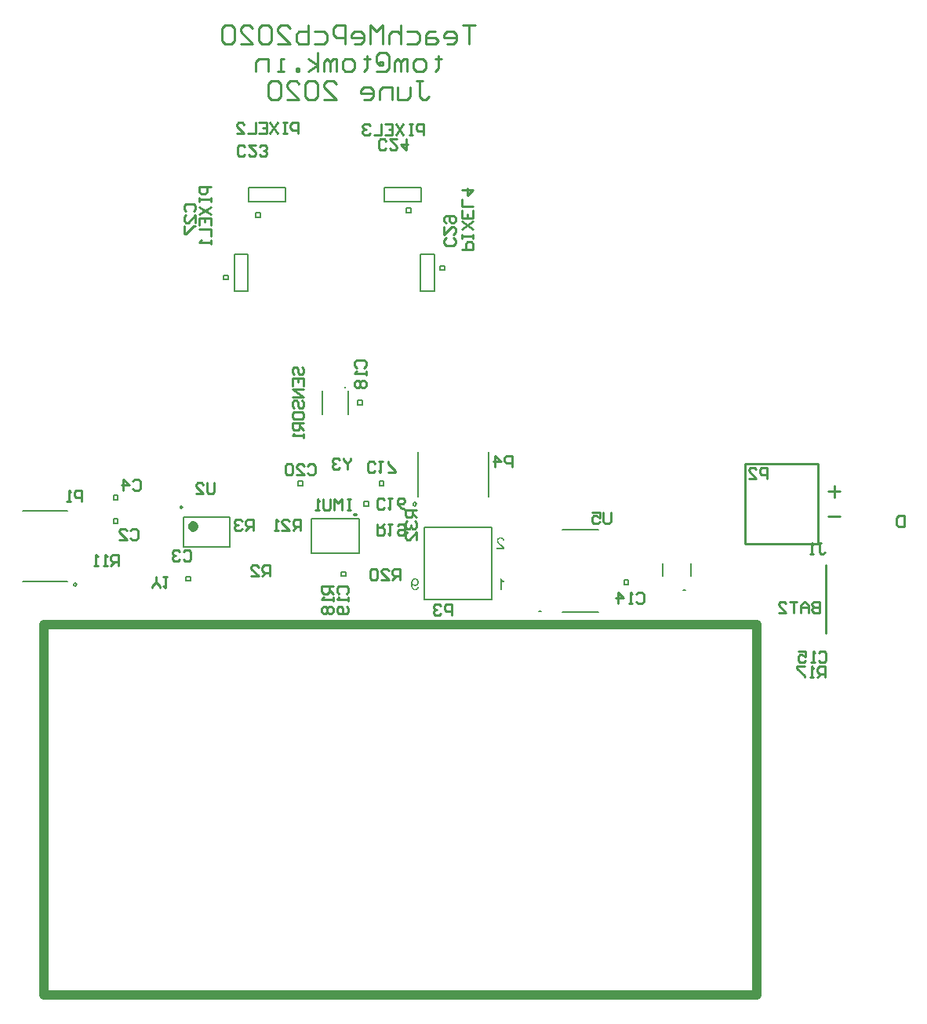
<source format=gbo>
G04*
G04 #@! TF.GenerationSoftware,Altium Limited,Altium Designer,20.1.11 (218)*
G04*
G04 Layer_Color=32896*
%FSLAX44Y44*%
%MOMM*%
G71*
G04*
G04 #@! TF.SameCoordinates,0FF46C02-4E5C-4EA8-B578-918FE2A0E2C6*
G04*
G04*
G04 #@! TF.FilePolarity,Positive*
G04*
G01*
G75*
%ADD10C,0.2500*%
%ADD12C,0.2000*%
%ADD13C,0.1270*%
%ADD14C,0.2540*%
%ADD39C,1.0000*%
%ADD77C,0.6000*%
%ADD78C,0.3048*%
%ADD79C,0.2000*%
%ADD80C,0.1999*%
G36*
X814580Y504640D02*
X814890Y504621D01*
X815181Y504567D01*
X815454Y504512D01*
X815710Y504439D01*
X815946Y504366D01*
X816165Y504275D01*
X816365Y504184D01*
X816547Y504093D01*
X816693Y504002D01*
X816820Y503929D01*
X816930Y503856D01*
X817021Y503802D01*
X817075Y503747D01*
X817112Y503729D01*
X817130Y503711D01*
X817312Y503529D01*
X817476Y503328D01*
X817640Y503110D01*
X817767Y502891D01*
X817986Y502454D01*
X818132Y502017D01*
X818186Y501817D01*
X818241Y501616D01*
X818277Y501452D01*
X818314Y501307D01*
X818332Y501179D01*
Y501088D01*
X818350Y501034D01*
Y501015D01*
X816766Y500852D01*
X816729Y501270D01*
X816656Y501635D01*
X816547Y501962D01*
X816420Y502217D01*
X816311Y502436D01*
X816201Y502582D01*
X816128Y502673D01*
X816092Y502709D01*
X815819Y502928D01*
X815527Y503092D01*
X815218Y503219D01*
X814945Y503292D01*
X814690Y503346D01*
X814471Y503365D01*
X814398Y503383D01*
X814289D01*
X813906Y503365D01*
X813560Y503292D01*
X813269Y503183D01*
X813014Y503073D01*
X812814Y502946D01*
X812686Y502855D01*
X812595Y502782D01*
X812559Y502746D01*
X812340Y502491D01*
X812176Y502236D01*
X812049Y501981D01*
X811976Y501726D01*
X811921Y501525D01*
X811903Y501343D01*
X811885Y501234D01*
Y501216D01*
Y501198D01*
X811921Y500870D01*
X811994Y500524D01*
X812122Y500214D01*
X812249Y499923D01*
X812395Y499686D01*
X812522Y499486D01*
X812559Y499413D01*
X812595Y499358D01*
X812632Y499340D01*
Y499322D01*
X812777Y499121D01*
X812960Y498921D01*
X813160Y498703D01*
X813378Y498484D01*
X813834Y498047D01*
X814289Y497610D01*
X814526Y497409D01*
X814726Y497227D01*
X814926Y497063D01*
X815090Y496918D01*
X815218Y496809D01*
X815327Y496717D01*
X815400Y496663D01*
X815418Y496645D01*
X815873Y496262D01*
X816292Y495898D01*
X816638Y495570D01*
X816911Y495297D01*
X817148Y495060D01*
X817312Y494896D01*
X817403Y494787D01*
X817440Y494769D01*
Y494751D01*
X817695Y494441D01*
X817895Y494150D01*
X818077Y493858D01*
X818223Y493603D01*
X818332Y493385D01*
X818405Y493221D01*
X818441Y493111D01*
X818459Y493093D01*
Y493075D01*
X818532Y492875D01*
X818569Y492693D01*
X818605Y492510D01*
X818623Y492347D01*
X818642Y492201D01*
Y492092D01*
Y492019D01*
Y492001D01*
X810282D01*
Y493494D01*
X816493D01*
X816274Y493803D01*
X816165Y493931D01*
X816074Y494058D01*
X815983Y494168D01*
X815910Y494241D01*
X815855Y494295D01*
X815837Y494313D01*
X815746Y494404D01*
X815637Y494496D01*
X815382Y494732D01*
X815090Y495005D01*
X814781Y495279D01*
X814489Y495515D01*
X814362Y495625D01*
X814252Y495734D01*
X814162Y495807D01*
X814089Y495861D01*
X814052Y495898D01*
X814034Y495916D01*
X813743Y496171D01*
X813451Y496408D01*
X813196Y496645D01*
X812960Y496845D01*
X812741Y497045D01*
X812559Y497227D01*
X812377Y497391D01*
X812231Y497537D01*
X812085Y497683D01*
X811976Y497792D01*
X811885Y497883D01*
X811794Y497974D01*
X811703Y498083D01*
X811666Y498120D01*
X811412Y498429D01*
X811193Y498703D01*
X811011Y498976D01*
X810865Y499194D01*
X810756Y499394D01*
X810683Y499540D01*
X810647Y499631D01*
X810628Y499668D01*
X810519Y499941D01*
X810446Y500214D01*
X810373Y500469D01*
X810337Y500688D01*
X810319Y500888D01*
X810301Y501034D01*
Y501125D01*
Y501161D01*
X810319Y501434D01*
X810355Y501689D01*
X810392Y501944D01*
X810464Y502163D01*
X810647Y502600D01*
X810829Y502946D01*
X810938Y503110D01*
X811029Y503237D01*
X811120Y503365D01*
X811211Y503456D01*
X811284Y503529D01*
X811320Y503601D01*
X811357Y503620D01*
X811375Y503638D01*
X811575Y503820D01*
X811794Y503984D01*
X812031Y504111D01*
X812267Y504221D01*
X812741Y504403D01*
X813214Y504530D01*
X813415Y504567D01*
X813615Y504603D01*
X813797Y504621D01*
X813943Y504640D01*
X814070Y504658D01*
X814252D01*
X814580Y504640D01*
D02*
G37*
G36*
X815200Y460147D02*
X815400Y459856D01*
X815637Y459564D01*
X815855Y459309D01*
X816074Y459091D01*
X816238Y458909D01*
X816311Y458854D01*
X816365Y458799D01*
X816383Y458781D01*
X816402Y458763D01*
X816784Y458453D01*
X817166Y458162D01*
X817531Y457907D01*
X817895Y457707D01*
X818204Y457525D01*
X818332Y457452D01*
X818441Y457397D01*
X818532Y457342D01*
X818605Y457324D01*
X818642Y457288D01*
X818660D01*
Y455794D01*
X818387Y455904D01*
X818113Y456031D01*
X817840Y456159D01*
X817585Y456286D01*
X817367Y456395D01*
X817185Y456487D01*
X817075Y456559D01*
X817057Y456577D01*
X817039D01*
X816711Y456778D01*
X816420Y456978D01*
X816165Y457160D01*
X815964Y457324D01*
X815782Y457452D01*
X815673Y457561D01*
X815582Y457634D01*
X815564Y457652D01*
Y447799D01*
X814016D01*
Y460457D01*
X815017D01*
X815200Y460147D01*
D02*
G37*
G36*
X722396Y460438D02*
X722688Y460402D01*
X722979Y460347D01*
X723234Y460275D01*
X723726Y460074D01*
X723944Y459983D01*
X724126Y459874D01*
X724309Y459746D01*
X724454Y459655D01*
X724600Y459546D01*
X724709Y459455D01*
X724800Y459382D01*
X724855Y459328D01*
X724891Y459291D01*
X724910Y459273D01*
X725110Y459054D01*
X725274Y458799D01*
X725438Y458563D01*
X725565Y458308D01*
X725674Y458035D01*
X725766Y457780D01*
X725893Y457306D01*
X725948Y457069D01*
X725984Y456869D01*
X726002Y456669D01*
X726021Y456505D01*
X726039Y456377D01*
Y456286D01*
Y456213D01*
Y456195D01*
X726021Y455849D01*
X725984Y455540D01*
X725948Y455230D01*
X725875Y454939D01*
X725784Y454683D01*
X725693Y454429D01*
X725602Y454210D01*
X725492Y454010D01*
X725401Y453828D01*
X725310Y453664D01*
X725219Y453536D01*
X725128Y453409D01*
X725055Y453318D01*
X725019Y453263D01*
X724982Y453227D01*
X724964Y453208D01*
X724764Y453008D01*
X724545Y452844D01*
X724327Y452680D01*
X724090Y452553D01*
X723872Y452444D01*
X723653Y452352D01*
X723234Y452225D01*
X723052Y452170D01*
X722870Y452134D01*
X722724Y452116D01*
X722578Y452097D01*
X722469Y452079D01*
X722324D01*
X721977Y452097D01*
X721650Y452152D01*
X721358Y452225D01*
X721085Y452316D01*
X720885Y452389D01*
X720721Y452462D01*
X720612Y452516D01*
X720575Y452534D01*
X720284Y452717D01*
X720029Y452917D01*
X719810Y453117D01*
X719628Y453299D01*
X719501Y453481D01*
X719391Y453609D01*
X719318Y453700D01*
X719300Y453736D01*
Y453591D01*
Y453500D01*
Y453445D01*
Y453427D01*
X719318Y453063D01*
X719337Y452717D01*
X719373Y452407D01*
X719410Y452116D01*
X719464Y451879D01*
X719501Y451697D01*
X719519Y451624D01*
Y451569D01*
X719537Y451551D01*
Y451533D01*
X719628Y451205D01*
X719719Y450914D01*
X719810Y450659D01*
X719901Y450440D01*
X719974Y450276D01*
X720047Y450149D01*
X720083Y450058D01*
X720102Y450039D01*
X720247Y449839D01*
X720393Y449675D01*
X720539Y449530D01*
X720684Y449402D01*
X720794Y449293D01*
X720903Y449220D01*
X720976Y449184D01*
X720994Y449165D01*
X721194Y449056D01*
X721413Y448983D01*
X721613Y448929D01*
X721814Y448892D01*
X721977Y448874D01*
X722105Y448856D01*
X722232D01*
X722524Y448874D01*
X722797Y448929D01*
X723034Y449001D01*
X723234Y449092D01*
X723380Y449165D01*
X723507Y449238D01*
X723580Y449293D01*
X723598Y449311D01*
X723780Y449511D01*
X723926Y449748D01*
X724054Y450003D01*
X724145Y450258D01*
X724218Y450477D01*
X724272Y450677D01*
X724290Y450750D01*
Y450786D01*
X724309Y450823D01*
Y450841D01*
X725802Y450713D01*
X725693Y450185D01*
X725547Y449730D01*
X725365Y449329D01*
X725183Y449001D01*
X725001Y448746D01*
X724910Y448637D01*
X724837Y448546D01*
X724782Y448492D01*
X724727Y448437D01*
X724709Y448419D01*
X724691Y448400D01*
X724509Y448255D01*
X724309Y448127D01*
X723908Y447927D01*
X723507Y447781D01*
X723125Y447690D01*
X722779Y447617D01*
X722633Y447599D01*
X722506D01*
X722414Y447581D01*
X722269D01*
X721759Y447617D01*
X721304Y447690D01*
X720885Y447818D01*
X720539Y447963D01*
X720393Y448018D01*
X720247Y448091D01*
X720138Y448164D01*
X720029Y448218D01*
X719956Y448255D01*
X719901Y448291D01*
X719865Y448328D01*
X719847D01*
X719482Y448637D01*
X719155Y448983D01*
X718900Y449347D01*
X718681Y449693D01*
X718499Y450003D01*
X718426Y450149D01*
X718372Y450258D01*
X718335Y450367D01*
X718299Y450440D01*
X718280Y450477D01*
Y450495D01*
X718189Y450768D01*
X718098Y451078D01*
X717971Y451697D01*
X717880Y452352D01*
X717825Y452972D01*
X717789Y453245D01*
X717770Y453518D01*
Y453755D01*
X717752Y453955D01*
Y454119D01*
Y454246D01*
Y454338D01*
Y454356D01*
Y454775D01*
X717770Y455175D01*
X717807Y455540D01*
X717843Y455886D01*
X717880Y456195D01*
X717916Y456487D01*
X717971Y456760D01*
X718026Y456996D01*
X718080Y457197D01*
X718117Y457379D01*
X718171Y457543D01*
X718208Y457670D01*
X718244Y457761D01*
X718280Y457834D01*
X718299Y457871D01*
Y457889D01*
X718517Y458326D01*
X718754Y458708D01*
X719027Y459036D01*
X719264Y459309D01*
X719501Y459510D01*
X719683Y459655D01*
X719756Y459710D01*
X719810Y459746D01*
X719828Y459783D01*
X719847D01*
X720229Y460001D01*
X720612Y460165D01*
X720994Y460293D01*
X721340Y460366D01*
X721650Y460420D01*
X721777Y460438D01*
X721868D01*
X721959Y460457D01*
X722087D01*
X722396Y460438D01*
D02*
G37*
%LPC*%
G36*
X721996Y459182D02*
X721704D01*
X721522Y459145D01*
X721194Y459054D01*
X720903Y458927D01*
X720648Y458799D01*
X720448Y458654D01*
X720302Y458526D01*
X720211Y458435D01*
X720174Y458417D01*
Y458399D01*
X719938Y458089D01*
X719756Y457743D01*
X719628Y457379D01*
X719555Y457033D01*
X719501Y456741D01*
X719482Y456614D01*
Y456487D01*
X719464Y456395D01*
Y456323D01*
Y456286D01*
Y456268D01*
X719501Y455794D01*
X719574Y455376D01*
X719683Y455029D01*
X719810Y454738D01*
X719956Y454501D01*
X720065Y454338D01*
X720138Y454228D01*
X720174Y454192D01*
X720448Y453937D01*
X720739Y453755D01*
X721030Y453627D01*
X721322Y453536D01*
X721559Y453481D01*
X721759Y453463D01*
X721832Y453445D01*
X721941D01*
X722324Y453481D01*
X722670Y453554D01*
X722979Y453682D01*
X723252Y453828D01*
X723453Y453955D01*
X723616Y454082D01*
X723708Y454155D01*
X723744Y454192D01*
X723981Y454483D01*
X724163Y454811D01*
X724272Y455139D01*
X724363Y455448D01*
X724418Y455722D01*
X724436Y455831D01*
Y455940D01*
X724454Y456031D01*
Y456086D01*
Y456122D01*
Y456141D01*
X724418Y456614D01*
X724345Y457051D01*
X724218Y457434D01*
X724072Y457743D01*
X723944Y457998D01*
X723817Y458180D01*
X723780Y458235D01*
X723744Y458289D01*
X723708Y458308D01*
Y458326D01*
X723562Y458472D01*
X723416Y458617D01*
X723107Y458818D01*
X722797Y458982D01*
X722506Y459073D01*
X722269Y459145D01*
X722068Y459164D01*
X721996Y459182D01*
D02*
G37*
%LPD*%
D10*
X470740Y537540D02*
X468865Y538623D01*
Y536457D01*
X470740Y537540D01*
D12*
X723570Y540420D02*
X722188Y542322D01*
X719952Y541596D01*
Y539244D01*
X722188Y538518D01*
X723570Y540420D01*
X857880Y424530D02*
X855880D01*
X857880D01*
X356930Y453600D02*
X355548Y455502D01*
X353312Y454776D01*
Y452424D01*
X355548Y451698D01*
X356930Y453600D01*
X1013570Y447900D02*
X1011570D01*
X1013570D01*
X742710Y770000D02*
Y810000D01*
X727710D02*
X742710D01*
X727710Y790000D02*
Y810000D01*
Y770000D02*
X742710D01*
X727710D02*
Y790000D01*
X708860Y881700D02*
X728860D01*
Y866700D02*
Y881700D01*
X688860D02*
X708860D01*
X688860Y866700D02*
X728860D01*
X688860D02*
Y881700D01*
X562020D02*
X582020D01*
Y866700D02*
Y881700D01*
X542020D02*
X562020D01*
X542020Y866700D02*
X582020D01*
X542020D02*
Y881700D01*
X541750Y790000D02*
Y810000D01*
Y770000D02*
Y790000D01*
X526750Y810000D02*
X541750D01*
X526750Y770000D02*
X541750D01*
X526750D02*
Y810000D01*
X522040Y494540D02*
Y526540D01*
X472040Y494540D02*
X522040D01*
X472040Y526540D02*
X522040D01*
X472040Y494540D02*
Y526540D01*
D13*
X554736Y849630D02*
Y854710D01*
X550164D02*
X554736D01*
X550164Y849630D02*
Y854710D01*
Y849630D02*
X554736D01*
X801370Y548620D02*
Y596920D01*
X725170Y548620D02*
Y596920D01*
X665480Y647714D02*
Y652286D01*
X660400Y647714D02*
X665480D01*
X660400Y652286D02*
X665480D01*
X660400Y647714D02*
Y652286D01*
X401066Y519430D02*
Y524510D01*
X396494Y519430D02*
X401066D01*
X396494Y524510D02*
X401066D01*
X396494Y519430D02*
Y524510D01*
X401066Y544830D02*
Y549910D01*
X396494Y544830D02*
X401066D01*
X396494Y549910D02*
X401066D01*
X396494Y544830D02*
Y549910D01*
X671576Y538480D02*
Y543560D01*
X667004Y538480D02*
X671576D01*
X667004Y543560D02*
X671576D01*
X667004Y538480D02*
Y543560D01*
X661710Y487110D02*
Y525110D01*
X609710D02*
X661710D01*
X609710Y487110D02*
X661710D01*
X609710D02*
Y525110D01*
X880930Y512930D02*
X919930D01*
X880930Y424330D02*
X919930D01*
X712724Y854710D02*
X717296D01*
Y859790D01*
X712724Y854710D02*
Y859790D01*
X717296D01*
X754380Y792734D02*
Y797306D01*
X749300D02*
X754380D01*
X749300Y792734D02*
X754380D01*
X749300D02*
Y797306D01*
X515620Y782574D02*
Y787146D01*
Y782574D02*
X520700D01*
X515620Y787146D02*
X520700D01*
Y782574D02*
Y787146D01*
X947674Y458470D02*
X952246D01*
X947674Y453390D02*
Y458470D01*
X952246Y453390D02*
Y458470D01*
X947674Y453390D02*
X952246D01*
X649560Y637000D02*
Y663000D01*
X621860Y637000D02*
Y663000D01*
X298430Y533400D02*
X346730D01*
X298430Y457200D02*
X346730D01*
X988980Y462900D02*
Y476900D01*
X1020160Y462900D02*
Y476900D01*
X595884Y560070D02*
Y565150D01*
X600456Y560070D02*
Y565150D01*
X595884D02*
X600456D01*
X595884Y560070D02*
X600456D01*
X642620Y462534D02*
X647700D01*
X642620Y467106D02*
X647700D01*
X642620Y462534D02*
Y467106D01*
X647700Y462534D02*
Y467106D01*
X688086Y560070D02*
Y565150D01*
X683514Y560070D02*
Y565150D01*
Y560070D02*
X688086D01*
X683514Y565150D02*
X688086D01*
X474980Y457454D02*
X480060D01*
X474980Y462026D02*
X480060D01*
X474980Y457454D02*
Y462026D01*
X480060Y457454D02*
Y462026D01*
D14*
X1157040Y497880D02*
Y584160D01*
X1078040D02*
X1157040D01*
X1078040Y497880D02*
X1157040D01*
X1078040D02*
Y584160D01*
X1165620Y401320D02*
Y474980D01*
X786863Y1057355D02*
X773534D01*
X780198D01*
Y1037362D01*
X756872D02*
X763537D01*
X766869Y1040694D01*
Y1047358D01*
X763537Y1050691D01*
X756872D01*
X753540Y1047358D01*
Y1044026D01*
X766869D01*
X743543Y1050691D02*
X736879D01*
X733547Y1047358D01*
Y1037362D01*
X743543D01*
X746876Y1040694D01*
X743543Y1044026D01*
X733547D01*
X713553Y1050691D02*
X723550D01*
X726882Y1047358D01*
Y1040694D01*
X723550Y1037362D01*
X713553D01*
X706888Y1057355D02*
Y1037362D01*
Y1047358D01*
X703556Y1050691D01*
X696892D01*
X693559Y1047358D01*
Y1037362D01*
X686895D02*
Y1057355D01*
X680230Y1050691D01*
X673566Y1057355D01*
Y1037362D01*
X656905D02*
X663569D01*
X666901Y1040694D01*
Y1047358D01*
X663569Y1050691D01*
X656905D01*
X653572Y1047358D01*
Y1044026D01*
X666901D01*
X646908Y1037362D02*
Y1057355D01*
X636911D01*
X633579Y1054023D01*
Y1047358D01*
X636911Y1044026D01*
X646908D01*
X613585Y1050691D02*
X623582D01*
X626914Y1047358D01*
Y1040694D01*
X623582Y1037362D01*
X613585D01*
X606921Y1057355D02*
Y1037362D01*
X596924D01*
X593592Y1040694D01*
Y1044026D01*
Y1047358D01*
X596924Y1050691D01*
X606921D01*
X573598Y1037362D02*
X586927D01*
X573598Y1050691D01*
Y1054023D01*
X576930Y1057355D01*
X583595D01*
X586927Y1054023D01*
X566934D02*
X563601Y1057355D01*
X556937D01*
X553605Y1054023D01*
Y1040694D01*
X556937Y1037362D01*
X563601D01*
X566934Y1040694D01*
Y1054023D01*
X533611Y1037362D02*
X546940D01*
X533611Y1050691D01*
Y1054023D01*
X536943Y1057355D01*
X543608D01*
X546940Y1054023D01*
X526946D02*
X523614Y1057355D01*
X516950D01*
X513617Y1054023D01*
Y1040694D01*
X516950Y1037362D01*
X523614D01*
X526946Y1040694D01*
Y1054023D01*
X746876Y1023934D02*
Y1020602D01*
X750208D01*
X743543D01*
X746876D01*
Y1010605D01*
X743543Y1007273D01*
X730214D02*
X723550D01*
X720217Y1010605D01*
Y1017270D01*
X723550Y1020602D01*
X730214D01*
X733547Y1017270D01*
Y1010605D01*
X730214Y1007273D01*
X713553D02*
Y1020602D01*
X710221D01*
X706888Y1017270D01*
Y1007273D01*
Y1017270D01*
X703556Y1020602D01*
X700224Y1017270D01*
Y1007273D01*
X683563Y1013938D02*
Y1017270D01*
X686895D01*
Y1013938D01*
X683563D01*
X680230Y1017270D01*
Y1023934D01*
X683563Y1027267D01*
X690227D01*
X693559Y1023934D01*
Y1010605D01*
X690227Y1007273D01*
X680230D01*
X670234Y1023934D02*
Y1020602D01*
X673566D01*
X666901D01*
X670234D01*
Y1010605D01*
X666901Y1007273D01*
X653572D02*
X646908D01*
X643576Y1010605D01*
Y1017270D01*
X646908Y1020602D01*
X653572D01*
X656905Y1017270D01*
Y1010605D01*
X653572Y1007273D01*
X636911D02*
Y1020602D01*
X633579D01*
X630246Y1017270D01*
Y1007273D01*
Y1017270D01*
X626914Y1020602D01*
X623582Y1017270D01*
Y1007273D01*
X616917D02*
Y1027267D01*
Y1013938D02*
X606921Y1020602D01*
X616917Y1013938D02*
X606921Y1007273D01*
X596924D02*
Y1010605D01*
X593592D01*
Y1007273D01*
X596924D01*
X580262D02*
X573598D01*
X576930D01*
Y1020602D01*
X580262D01*
X563601Y1007273D02*
Y1020602D01*
X553605D01*
X550272Y1017270D01*
Y1007273D01*
X723550Y997178D02*
X730214D01*
X726882D01*
Y980517D01*
X730214Y977185D01*
X733547D01*
X736879Y980517D01*
X716885Y990514D02*
Y980517D01*
X713553Y977185D01*
X703556D01*
Y990514D01*
X696892Y977185D02*
Y990514D01*
X686895D01*
X683563Y987182D01*
Y977185D01*
X666901D02*
X673566D01*
X676898Y980517D01*
Y987182D01*
X673566Y990514D01*
X666901D01*
X663569Y987182D01*
Y983849D01*
X676898D01*
X623582Y977185D02*
X636911D01*
X623582Y990514D01*
Y993846D01*
X626914Y997178D01*
X633579D01*
X636911Y993846D01*
X616917D02*
X613585Y997178D01*
X606921D01*
X603588Y993846D01*
Y980517D01*
X606921Y977185D01*
X613585D01*
X616917Y980517D01*
Y993846D01*
X583595Y977185D02*
X596924D01*
X583595Y990514D01*
Y993846D01*
X586927Y997178D01*
X593592D01*
X596924Y993846D01*
X576930D02*
X573598Y997178D01*
X566934D01*
X563601Y993846D01*
Y980517D01*
X566934Y977185D01*
X573598D01*
X576930Y980517D01*
Y993846D01*
X1181100Y554352D02*
X1168404D01*
X1174752Y560700D02*
Y548004D01*
X1181100Y527682D02*
X1168404D01*
X1156339Y498660D02*
X1160337D01*
X1158338D01*
Y488663D01*
X1160337Y486664D01*
X1162337D01*
X1164336Y488663D01*
X1152340Y486664D02*
X1148341D01*
X1150340D01*
Y498660D01*
X1152340Y496661D01*
X505297Y563528D02*
Y553531D01*
X503297Y551532D01*
X499299D01*
X497299Y553531D01*
Y563528D01*
X485303Y551532D02*
X493301D01*
X485303Y559529D01*
Y561529D01*
X487303Y563528D01*
X491301D01*
X493301Y561529D01*
X1102197Y568042D02*
Y580038D01*
X1096199D01*
X1094199Y578039D01*
Y574040D01*
X1096199Y572041D01*
X1102197D01*
X1082203Y568042D02*
X1090201D01*
X1082203Y576039D01*
Y578039D01*
X1084203Y580038D01*
X1088201D01*
X1090201Y578039D01*
X652617Y590198D02*
Y588199D01*
X648618Y584200D01*
X644619Y588199D01*
Y590198D01*
X648618Y584200D02*
Y578202D01*
X640621Y588199D02*
X638621Y590198D01*
X634623D01*
X632623Y588199D01*
Y586199D01*
X634623Y584200D01*
X636622D01*
X634623D01*
X632623Y582201D01*
Y580201D01*
X634623Y578202D01*
X638621D01*
X640621Y580201D01*
X438277Y450188D02*
Y452188D01*
X442276Y456186D01*
X446275Y452188D01*
Y450188D01*
X442276Y456186D02*
Y462184D01*
X450273D02*
X454272D01*
X452273D01*
Y450188D01*
X450273Y452188D01*
X933287Y531778D02*
Y521781D01*
X931287Y519782D01*
X927289D01*
X925289Y521781D01*
Y531778D01*
X913293D02*
X921291D01*
Y525780D01*
X917292Y527779D01*
X915293D01*
X913293Y525780D01*
Y521781D01*
X915293Y519782D01*
X919291D01*
X921291Y521781D01*
X591631Y680230D02*
X589632Y682230D01*
Y686228D01*
X591631Y688228D01*
X593631D01*
X595630Y686228D01*
Y682230D01*
X597629Y680230D01*
X599629D01*
X601628Y682230D01*
Y686228D01*
X599629Y688228D01*
X589632Y668234D02*
Y676232D01*
X601628D01*
Y668234D01*
X595630Y676232D02*
Y672233D01*
X601628Y664236D02*
X589632D01*
X601628Y656238D01*
X589632D01*
X591631Y644242D02*
X589632Y646241D01*
Y650240D01*
X591631Y652239D01*
X593631D01*
X595630Y650240D01*
Y646241D01*
X597629Y644242D01*
X599629D01*
X601628Y646241D01*
Y650240D01*
X599629Y652239D01*
X589632Y634245D02*
Y638244D01*
X591631Y640243D01*
X599629D01*
X601628Y638244D01*
Y634245D01*
X599629Y632246D01*
X591631D01*
X589632Y634245D01*
X601628Y628247D02*
X589632D01*
Y622249D01*
X591631Y620250D01*
X595630D01*
X597629Y622249D01*
Y628247D01*
Y624248D02*
X601628Y620250D01*
Y616251D02*
Y612252D01*
Y614252D01*
X589632D01*
X591631Y616251D01*
X723548Y534155D02*
X711552D01*
Y528157D01*
X713551Y526157D01*
X717550D01*
X719549Y528157D01*
Y534155D01*
Y530156D02*
X723548Y526157D01*
X713551Y522159D02*
X711552Y520159D01*
Y516161D01*
X713551Y514161D01*
X715551D01*
X717550Y516161D01*
Y518160D01*
Y516161D01*
X719549Y514161D01*
X721549D01*
X723548Y516161D01*
Y520159D01*
X721549Y522159D01*
X723548Y502165D02*
Y510163D01*
X715551Y502165D01*
X713551D01*
X711552Y504165D01*
Y508163D01*
X713551Y510163D01*
X598195Y512162D02*
Y524158D01*
X592197D01*
X590198Y522159D01*
Y518160D01*
X592197Y516161D01*
X598195D01*
X594197D02*
X590198Y512162D01*
X578202D02*
X586199D01*
X578202Y520159D01*
Y522159D01*
X580201Y524158D01*
X584200D01*
X586199Y522159D01*
X574203Y512162D02*
X570205D01*
X572204D01*
Y524158D01*
X574203Y522159D01*
X705605Y458822D02*
Y470818D01*
X699607D01*
X697607Y468819D01*
Y464820D01*
X699607Y462821D01*
X705605D01*
X701606D02*
X697607Y458822D01*
X685611D02*
X693609D01*
X685611Y466819D01*
Y468819D01*
X687611Y470818D01*
X691609D01*
X693609Y468819D01*
X681613D02*
X679613Y470818D01*
X675614D01*
X673615Y468819D01*
Y460821D01*
X675614Y458822D01*
X679613D01*
X681613Y460821D01*
Y468819D01*
X680965Y519078D02*
Y507082D01*
X686963D01*
X688962Y509081D01*
Y513080D01*
X686963Y515079D01*
X680965D01*
X684964D02*
X688962Y519078D01*
X692961D02*
X696960D01*
X694960D01*
Y507082D01*
X692961Y509081D01*
X702958Y517079D02*
X704957Y519078D01*
X708956D01*
X710955Y517079D01*
Y509081D01*
X708956Y507082D01*
X704957D01*
X702958Y509081D01*
Y511081D01*
X704957Y513080D01*
X710955D01*
X633378Y451875D02*
X621382D01*
Y445877D01*
X623381Y443878D01*
X627380D01*
X629379Y445877D01*
Y451875D01*
Y447876D02*
X633378Y443878D01*
Y439879D02*
Y435880D01*
Y437880D01*
X621382D01*
X623381Y439879D01*
Y429882D02*
X621382Y427883D01*
Y423884D01*
X623381Y421885D01*
X625381D01*
X627380Y423884D01*
X629379Y421885D01*
X631379D01*
X633378Y423884D01*
Y427883D01*
X631379Y429882D01*
X629379D01*
X627380Y427883D01*
X625381Y429882D01*
X623381D01*
X627380Y427883D02*
Y423884D01*
X1164345Y353412D02*
Y365408D01*
X1158347D01*
X1156348Y363409D01*
Y359410D01*
X1158347Y357411D01*
X1164345D01*
X1160346D02*
X1156348Y353412D01*
X1152349D02*
X1148350D01*
X1150350D01*
Y365408D01*
X1152349Y363409D01*
X1142352Y365408D02*
X1134355D01*
Y363409D01*
X1142352Y355411D01*
Y353412D01*
X401616Y474062D02*
Y486058D01*
X395618D01*
X393618Y484059D01*
Y480060D01*
X395618Y478061D01*
X401616D01*
X397617D02*
X393618Y474062D01*
X389620D02*
X385621D01*
X387620D01*
Y486058D01*
X389620Y484059D01*
X379623Y474062D02*
X375624D01*
X377623D01*
Y486058D01*
X379623Y484059D01*
X547207Y512162D02*
Y524158D01*
X541209D01*
X539209Y522159D01*
Y518160D01*
X541209Y516161D01*
X547207D01*
X543208D02*
X539209Y512162D01*
X535211Y522159D02*
X533211Y524158D01*
X529213D01*
X527213Y522159D01*
Y520159D01*
X529213Y518160D01*
X531212D01*
X529213D01*
X527213Y516161D01*
Y514161D01*
X529213Y512162D01*
X533211D01*
X535211Y514161D01*
X564987Y462632D02*
Y474628D01*
X558989D01*
X556989Y472629D01*
Y468630D01*
X558989Y466631D01*
X564987D01*
X560988D02*
X556989Y462632D01*
X544993D02*
X552991D01*
X544993Y470629D01*
Y472629D01*
X546993Y474628D01*
X550991D01*
X552991Y472629D01*
X772512Y815371D02*
X784508D01*
Y821369D01*
X782509Y823368D01*
X778510D01*
X776511Y821369D01*
Y815371D01*
X784508Y827367D02*
Y831366D01*
Y829366D01*
X772512D01*
Y827367D01*
Y831366D01*
X784508Y837364D02*
X772512Y845361D01*
X784508D02*
X772512Y837364D01*
X784508Y857357D02*
Y849360D01*
X772512D01*
Y857357D01*
X778510Y849360D02*
Y853358D01*
X784508Y861356D02*
X772512D01*
Y869353D01*
Y879350D02*
X784508D01*
X778510Y873352D01*
Y881349D01*
X731489Y938882D02*
Y950878D01*
X725491D01*
X723492Y948879D01*
Y944880D01*
X725491Y942881D01*
X731489D01*
X719493Y950878D02*
X715495D01*
X717494D01*
Y938882D01*
X719493D01*
X715495D01*
X709496Y950878D02*
X701499Y938882D01*
Y950878D02*
X709496Y938882D01*
X689503Y950878D02*
X697500D01*
Y938882D01*
X689503D01*
X697500Y944880D02*
X693502D01*
X685504Y950878D02*
Y938882D01*
X677507D01*
X673508Y948879D02*
X671509Y950878D01*
X667510D01*
X665511Y948879D01*
Y946879D01*
X667510Y944880D01*
X669509D01*
X667510D01*
X665511Y942881D01*
Y940881D01*
X667510Y938882D01*
X671509D01*
X673508Y940881D01*
X595599Y940152D02*
Y952148D01*
X589601D01*
X587602Y950149D01*
Y946150D01*
X589601Y944151D01*
X595599D01*
X583603Y952148D02*
X579604D01*
X581604D01*
Y940152D01*
X583603D01*
X579604D01*
X573606Y952148D02*
X565609Y940152D01*
Y952148D02*
X573606Y940152D01*
X553613Y952148D02*
X561610D01*
Y940152D01*
X553613D01*
X561610Y946150D02*
X557612D01*
X549614Y952148D02*
Y940152D01*
X541617D01*
X529621D02*
X537618D01*
X529621Y948149D01*
Y950149D01*
X531620Y952148D01*
X535619D01*
X537618Y950149D01*
X501298Y883160D02*
X489302D01*
Y877162D01*
X491301Y875163D01*
X495300D01*
X497299Y877162D01*
Y883160D01*
X489302Y871164D02*
Y867165D01*
Y869165D01*
X501298D01*
Y871164D01*
Y867165D01*
X489302Y861167D02*
X501298Y853170D01*
X489302D02*
X501298Y861167D01*
X489302Y841173D02*
Y849171D01*
X501298D01*
Y841173D01*
X495300Y849171D02*
Y845172D01*
X489302Y837175D02*
X501298D01*
Y829177D01*
Y825179D02*
Y821180D01*
Y823179D01*
X489302D01*
X491301Y825179D01*
X826607Y580742D02*
Y592738D01*
X820609D01*
X818609Y590739D01*
Y586740D01*
X820609Y584741D01*
X826607D01*
X808613Y580742D02*
Y592738D01*
X814611Y586740D01*
X806613D01*
X761837Y420722D02*
Y432718D01*
X755839D01*
X753839Y430719D01*
Y426720D01*
X755839Y424721D01*
X761837D01*
X749841Y430719D02*
X747841Y432718D01*
X743843D01*
X741843Y430719D01*
Y428719D01*
X743843Y426720D01*
X745842D01*
X743843D01*
X741843Y424721D01*
Y422721D01*
X743843Y420722D01*
X747841D01*
X749841Y422721D01*
X1158494Y435414D02*
Y423418D01*
X1152496D01*
X1150497Y425417D01*
Y427417D01*
X1152496Y429416D01*
X1158494D01*
X1152496D01*
X1150497Y431415D01*
Y433415D01*
X1152496Y435414D01*
X1158494D01*
X1146498Y423418D02*
Y431415D01*
X1142499Y435414D01*
X1138501Y431415D01*
Y423418D01*
Y429416D01*
X1146498D01*
X1134502Y435414D02*
X1126504D01*
X1130503D01*
Y423418D01*
X1114508D02*
X1122506D01*
X1114508Y431415D01*
Y433415D01*
X1116508Y435414D01*
X1120506D01*
X1122506Y433415D01*
X362204Y543560D02*
Y555556D01*
X356206D01*
X354207Y553557D01*
Y549558D01*
X356206Y547559D01*
X362204D01*
X350208Y543560D02*
X346209D01*
X348209D01*
Y555556D01*
X350208Y553557D01*
X652724Y545748D02*
X648725D01*
X650724D01*
Y533752D01*
X652724D01*
X648725D01*
X642727D02*
Y545748D01*
X638728Y541749D01*
X634730Y545748D01*
Y533752D01*
X630731Y545748D02*
Y535751D01*
X628732Y533752D01*
X624733D01*
X622733Y535751D01*
Y545748D01*
X618735Y533752D02*
X614736D01*
X616735D01*
Y545748D01*
X618735Y543749D01*
X1249869Y527968D02*
Y515972D01*
X1243871D01*
X1241871Y517971D01*
Y525969D01*
X1243871Y527968D01*
X1249869D01*
X763459Y827663D02*
X765458Y825663D01*
Y821665D01*
X763459Y819665D01*
X755461D01*
X753462Y821665D01*
Y825663D01*
X755461Y827663D01*
X753462Y839659D02*
Y831661D01*
X761459Y839659D01*
X763459D01*
X765458Y837659D01*
Y833661D01*
X763459Y831661D01*
X755461Y843657D02*
X753462Y845657D01*
Y849656D01*
X755461Y851655D01*
X763459D01*
X765458Y849656D01*
Y845657D01*
X763459Y843657D01*
X761459D01*
X759460Y845657D01*
Y851655D01*
X474791Y856357D02*
X472792Y858357D01*
Y862355D01*
X474791Y864355D01*
X482789D01*
X484788Y862355D01*
Y858357D01*
X482789Y856357D01*
X484788Y844361D02*
Y852359D01*
X476791Y844361D01*
X474791D01*
X472792Y846361D01*
Y850359D01*
X474791Y852359D01*
X472792Y840363D02*
Y832365D01*
X474791D01*
X482789Y840363D01*
X484788D01*
X690503Y924371D02*
X688503Y922372D01*
X684504D01*
X682505Y924371D01*
Y932369D01*
X684504Y934368D01*
X688503D01*
X690503Y932369D01*
X702499Y934368D02*
X694501D01*
X702499Y926371D01*
Y924371D01*
X700499Y922372D01*
X696501D01*
X694501Y924371D01*
X712495Y934368D02*
Y922372D01*
X706497Y928370D01*
X714495D01*
X538103Y918021D02*
X536103Y916022D01*
X532104D01*
X530105Y918021D01*
Y926019D01*
X532104Y928018D01*
X536103D01*
X538103Y926019D01*
X550099Y928018D02*
X542101D01*
X550099Y920021D01*
Y918021D01*
X548099Y916022D01*
X544101D01*
X542101Y918021D01*
X554097D02*
X556097Y916022D01*
X560095D01*
X562095Y918021D01*
Y920021D01*
X560095Y922020D01*
X558096D01*
X560095D01*
X562095Y924019D01*
Y926019D01*
X560095Y928018D01*
X556097D01*
X554097Y926019D01*
X606167Y581849D02*
X608167Y583848D01*
X612165D01*
X614165Y581849D01*
Y573851D01*
X612165Y571852D01*
X608167D01*
X606167Y573851D01*
X594171Y571852D02*
X602169D01*
X594171Y579849D01*
Y581849D01*
X596171Y583848D01*
X600169D01*
X602169Y581849D01*
X590173D02*
X588173Y583848D01*
X584174D01*
X582175Y581849D01*
Y573851D01*
X584174Y571852D01*
X588173D01*
X590173Y573851D01*
Y581849D01*
X639891Y443878D02*
X637892Y445877D01*
Y449876D01*
X639891Y451875D01*
X647889D01*
X649888Y449876D01*
Y445877D01*
X647889Y443878D01*
X649888Y439879D02*
Y435880D01*
Y437880D01*
X637892D01*
X639891Y439879D01*
X647889Y429882D02*
X649888Y427883D01*
Y423884D01*
X647889Y421885D01*
X639891D01*
X637892Y423884D01*
Y427883D01*
X639891Y429882D01*
X641891D01*
X643890Y427883D01*
Y421885D01*
X658941Y687718D02*
X656942Y689717D01*
Y693716D01*
X658941Y695715D01*
X666939D01*
X668938Y693716D01*
Y689717D01*
X666939Y687718D01*
X668938Y683719D02*
Y679720D01*
Y681720D01*
X656942D01*
X658941Y683719D01*
Y673722D02*
X656942Y671723D01*
Y667724D01*
X658941Y665725D01*
X660941D01*
X662940Y667724D01*
X664939Y665725D01*
X666939D01*
X668938Y667724D01*
Y671723D01*
X666939Y673722D01*
X664939D01*
X662940Y671723D01*
X660941Y673722D01*
X658941D01*
X662940Y671723D02*
Y667724D01*
X678802Y576391D02*
X676803Y574392D01*
X672804D01*
X670805Y576391D01*
Y584389D01*
X672804Y586388D01*
X676803D01*
X678802Y584389D01*
X682801Y586388D02*
X686800D01*
X684800D01*
Y574392D01*
X682801Y576391D01*
X692798Y574392D02*
X700795D01*
Y576391D01*
X692798Y584389D01*
Y586388D01*
X688962Y537021D02*
X686963Y535022D01*
X682964D01*
X680965Y537021D01*
Y545019D01*
X682964Y547018D01*
X686963D01*
X688962Y545019D01*
X692961Y547018D02*
X696960D01*
X694960D01*
Y535022D01*
X692961Y537021D01*
X710955Y535022D02*
X706956Y537021D01*
X702958Y541020D01*
Y545019D01*
X704957Y547018D01*
X708956D01*
X710955Y545019D01*
Y543019D01*
X708956Y541020D01*
X702958D01*
X1157618Y379919D02*
X1159617Y381918D01*
X1163616D01*
X1165615Y379919D01*
Y371921D01*
X1163616Y369922D01*
X1159617D01*
X1157618Y371921D01*
X1153619Y369922D02*
X1149620D01*
X1151620D01*
Y381918D01*
X1153619Y379919D01*
X1135625Y381918D02*
X1143622D01*
Y375920D01*
X1139624Y377919D01*
X1137624D01*
X1135625Y375920D01*
Y371921D01*
X1137624Y369922D01*
X1141623D01*
X1143622Y371921D01*
X960768Y443419D02*
X962767Y445418D01*
X966766D01*
X968765Y443419D01*
Y435421D01*
X966766Y433422D01*
X962767D01*
X960768Y435421D01*
X956769Y433422D02*
X952770D01*
X954770D01*
Y445418D01*
X956769Y443419D01*
X940774Y433422D02*
Y445418D01*
X946772Y439420D01*
X938775D01*
X417289Y565339D02*
X419289Y567338D01*
X423287D01*
X425287Y565339D01*
Y557341D01*
X423287Y555342D01*
X419289D01*
X417289Y557341D01*
X407293Y555342D02*
Y567338D01*
X413291Y561340D01*
X405293D01*
X471809Y489041D02*
X473808Y491040D01*
X477807D01*
X479806Y489041D01*
Y481043D01*
X477807Y479044D01*
X473808D01*
X471809Y481043D01*
X467810Y489041D02*
X465811Y491040D01*
X461812D01*
X459813Y489041D01*
Y487041D01*
X461812Y485042D01*
X463811D01*
X461812D01*
X459813Y483043D01*
Y481043D01*
X461812Y479044D01*
X465811D01*
X467810Y481043D01*
X414749Y511999D02*
X416749Y513998D01*
X420747D01*
X422747Y511999D01*
Y504001D01*
X420747Y502002D01*
X416749D01*
X414749Y504001D01*
X402753Y502002D02*
X410751D01*
X402753Y509999D01*
Y511999D01*
X404753Y513998D01*
X408751D01*
X410751Y511999D01*
D39*
X321120Y10820D02*
X1091120D01*
X321120Y410820D02*
X1091120D01*
X321120Y10820D02*
Y410820D01*
X1091120Y10820D02*
Y410820D01*
D77*
X485040Y516540D02*
X483910Y518885D01*
X481372Y519465D01*
X479337Y517842D01*
Y515238D01*
X481372Y513615D01*
X483910Y514194D01*
X485040Y516540D01*
D78*
X658710Y529110D02*
X656710D01*
X658710D01*
D79*
X646210Y666000D02*
D03*
D80*
X804601Y437469D02*
Y515031D01*
X732099D02*
X804601D01*
X732099Y437469D02*
X804601D01*
X732099D02*
Y515031D01*
M02*

</source>
